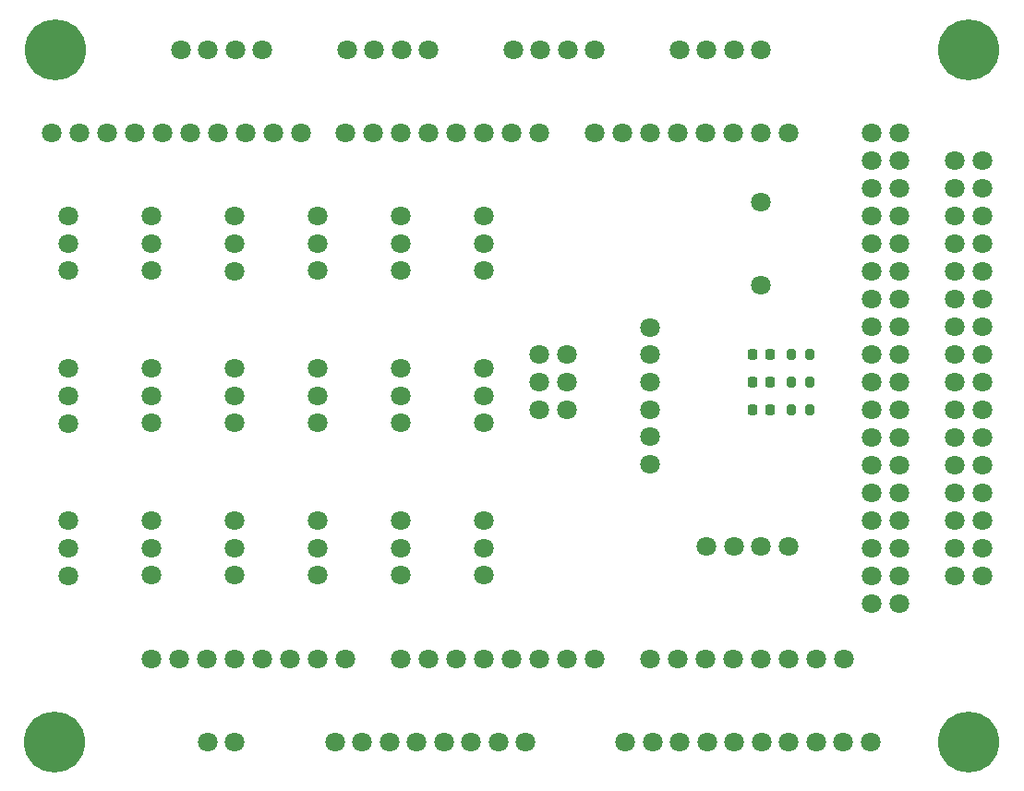
<source format=gbr>
%TF.GenerationSoftware,KiCad,Pcbnew,8.0.5*%
%TF.CreationDate,2025-08-09T00:58:03+07:00*%
%TF.ProjectId,arduino_dummy_shield,61726475-696e-46f5-9f64-756d6d795f73,rev?*%
%TF.SameCoordinates,Original*%
%TF.FileFunction,Soldermask,Top*%
%TF.FilePolarity,Negative*%
%FSLAX46Y46*%
G04 Gerber Fmt 4.6, Leading zero omitted, Abs format (unit mm)*
G04 Created by KiCad (PCBNEW 8.0.5) date 2025-08-09 00:58:03*
%MOMM*%
%LPD*%
G01*
G04 APERTURE LIST*
G04 Aperture macros list*
%AMRoundRect*
0 Rectangle with rounded corners*
0 $1 Rounding radius*
0 $2 $3 $4 $5 $6 $7 $8 $9 X,Y pos of 4 corners*
0 Add a 4 corners polygon primitive as box body*
4,1,4,$2,$3,$4,$5,$6,$7,$8,$9,$2,$3,0*
0 Add four circle primitives for the rounded corners*
1,1,$1+$1,$2,$3*
1,1,$1+$1,$4,$5*
1,1,$1+$1,$6,$7*
1,1,$1+$1,$8,$9*
0 Add four rect primitives between the rounded corners*
20,1,$1+$1,$2,$3,$4,$5,0*
20,1,$1+$1,$4,$5,$6,$7,0*
20,1,$1+$1,$6,$7,$8,$9,0*
20,1,$1+$1,$8,$9,$2,$3,0*%
G04 Aperture macros list end*
%ADD10C,1.800000*%
%ADD11C,5.600000*%
%ADD12RoundRect,0.200000X-0.200000X-0.275000X0.200000X-0.275000X0.200000X0.275000X-0.200000X0.275000X0*%
%ADD13RoundRect,0.218750X-0.218750X-0.256250X0.218750X-0.256250X0.218750X0.256250X-0.218750X0.256250X0*%
G04 APERTURE END LIST*
D10*
%TO.C,J28*%
X162230000Y-105080000D03*
X159730000Y-105080000D03*
X157230000Y-105080000D03*
X154730000Y-105080000D03*
X152230000Y-105080000D03*
X149730000Y-105080000D03*
X147230000Y-105080000D03*
X144730000Y-105080000D03*
%TD*%
%TO.C,J23*%
X127940000Y-84800000D03*
X127940000Y-87300000D03*
X127940000Y-89800000D03*
%TD*%
%TO.C,J11*%
X150800000Y-70830000D03*
X150800000Y-73330000D03*
X150800000Y-75830000D03*
%TD*%
%TO.C,J17*%
X150800000Y-56860000D03*
X150800000Y-59360000D03*
X150800000Y-61860000D03*
%TD*%
%TO.C,J21*%
X120320000Y-56860000D03*
X120320000Y-59360000D03*
X120320000Y-61860000D03*
%TD*%
%TO.C,J15*%
X120320000Y-70870000D03*
X120320000Y-73370000D03*
X120320000Y-75870000D03*
%TD*%
%TO.C,J25*%
X143180000Y-84800000D03*
X143180000Y-87300000D03*
X143180000Y-89800000D03*
%TD*%
D11*
%TO.C,H3*%
X119100000Y-41580000D03*
%TD*%
D12*
%TO.C,R1*%
X186615000Y-69520000D03*
X188265000Y-69520000D03*
%TD*%
D10*
%TO.C,J26*%
X150800000Y-84800000D03*
X150800000Y-87300000D03*
X150800000Y-89800000D03*
%TD*%
%TO.C,J20*%
X127940000Y-56860000D03*
X127940000Y-59360000D03*
X127940000Y-61860000D03*
%TD*%
%TO.C,J19*%
X135560000Y-56900000D03*
X135560000Y-59400000D03*
X135560000Y-61900000D03*
%TD*%
%TO.C,J30*%
X186300000Y-87190000D03*
X183800000Y-87190000D03*
X181300000Y-87190000D03*
X178800000Y-87190000D03*
%TD*%
%TO.C,J32*%
X130600000Y-41580000D03*
X133100000Y-41580000D03*
X135600000Y-41580000D03*
X138100000Y-41580000D03*
%TD*%
%TO.C,J24*%
X135560000Y-84800000D03*
X135560000Y-87300000D03*
X135560000Y-89800000D03*
%TD*%
D13*
%TO.C,D2*%
X183058000Y-72060000D03*
X184633000Y-72060000D03*
%TD*%
D11*
%TO.C,H3*%
X119060000Y-105080000D03*
%TD*%
D10*
%TO.C,J13*%
X135560000Y-70830000D03*
X135560000Y-73330000D03*
X135560000Y-75830000D03*
%TD*%
%TO.C,J9*%
X135560000Y-105080000D03*
X133060000Y-105080000D03*
%TD*%
%TO.C,J10*%
X158420000Y-70830000D03*
X158420000Y-73330000D03*
X158420000Y-75830000D03*
%TD*%
%TO.C,J16*%
X158420000Y-56860000D03*
X158420000Y-59360000D03*
X158420000Y-61860000D03*
%TD*%
D13*
%TO.C,D1*%
X183058000Y-69520000D03*
X184633000Y-69520000D03*
%TD*%
D11*
%TO.C,H3*%
X202870000Y-105080000D03*
%TD*%
D12*
%TO.C,R2*%
X186615000Y-72060000D03*
X188265000Y-72060000D03*
%TD*%
%TO.C,R3*%
X186615000Y-74600000D03*
X188265000Y-74600000D03*
%TD*%
D10*
%TO.C,BZ1*%
X183820000Y-63170000D03*
X183820000Y-55570000D03*
%TD*%
%TO.C,J35*%
X145840000Y-41580000D03*
X148340000Y-41580000D03*
X150840000Y-41580000D03*
X153340000Y-41580000D03*
%TD*%
D11*
%TO.C,H3*%
X202870000Y-41580000D03*
%TD*%
D10*
%TO.C,J18*%
X143180000Y-56860000D03*
X143180000Y-59360000D03*
X143180000Y-61860000D03*
%TD*%
%TO.C,J34*%
X161080000Y-41580000D03*
X163580000Y-41580000D03*
X166080000Y-41580000D03*
X168580000Y-41580000D03*
%TD*%
%TO.C,J36*%
X204140000Y-89840000D03*
X201600000Y-89840000D03*
X204140000Y-87300000D03*
X201600000Y-87300000D03*
X204140000Y-84760000D03*
X201600000Y-84760000D03*
X204140000Y-82220000D03*
X201600000Y-82220000D03*
X204140000Y-79680000D03*
X201600000Y-79680000D03*
X204140000Y-77140000D03*
X201600000Y-77140000D03*
X204140000Y-74600000D03*
X201600000Y-74600000D03*
X204140000Y-72060000D03*
X201600000Y-72060000D03*
X204140000Y-69520000D03*
X201600000Y-69520000D03*
X204140000Y-66980000D03*
X201600000Y-66980000D03*
X204140000Y-64440000D03*
X201600000Y-64440000D03*
X204140000Y-61900000D03*
X201600000Y-61900000D03*
X204140000Y-59360000D03*
X201600000Y-59360000D03*
X204140000Y-56820000D03*
X201600000Y-56820000D03*
X204140000Y-54280000D03*
X201600000Y-54280000D03*
X204140000Y-51740000D03*
X201600000Y-51740000D03*
%TD*%
%TO.C,J22*%
X120320000Y-84840000D03*
X120320000Y-87340000D03*
X120320000Y-89840000D03*
%TD*%
%TO.C,J31*%
X173660000Y-67100000D03*
X173660000Y-69600000D03*
X173660000Y-72100000D03*
X173660000Y-74600000D03*
X173660000Y-77100000D03*
X173660000Y-79600000D03*
%TD*%
D13*
%TO.C,D3*%
X183058000Y-74600000D03*
X184633000Y-74600000D03*
%TD*%
D10*
%TO.C,J29*%
X193860000Y-105080000D03*
X191360000Y-105080000D03*
X188860000Y-105080000D03*
X186360000Y-105080000D03*
X183860000Y-105080000D03*
X181360000Y-105080000D03*
X178860000Y-105080000D03*
X176360000Y-105080000D03*
X173860000Y-105080000D03*
X171360000Y-105080000D03*
%TD*%
%TO.C,J33*%
X176320000Y-41580000D03*
X178820000Y-41580000D03*
X181320000Y-41580000D03*
X183820000Y-41580000D03*
%TD*%
%TO.C,J27*%
X158420000Y-84800000D03*
X158420000Y-87300000D03*
X158420000Y-89800000D03*
%TD*%
%TO.C,J14*%
X127940000Y-70830000D03*
X127940000Y-73330000D03*
X127940000Y-75830000D03*
%TD*%
%TO.C,J12*%
X143180000Y-70830000D03*
X143180000Y-73330000D03*
X143180000Y-75830000D03*
%TD*%
%TO.C,J4*%
X145720000Y-49200000D03*
X148260000Y-49200000D03*
X150800000Y-49200000D03*
X153340000Y-49200000D03*
X155880000Y-49200000D03*
X158420000Y-49200000D03*
X160960000Y-49200000D03*
X163500000Y-49200000D03*
%TD*%
%TO.C,J5*%
X173660000Y-97460000D03*
X176200000Y-97460000D03*
X178740000Y-97460000D03*
X181280000Y-97460000D03*
X183820000Y-97460000D03*
X186360000Y-97460000D03*
X188900000Y-97460000D03*
X191440000Y-97460000D03*
%TD*%
%TO.C,J1*%
X127940000Y-97460000D03*
X130480000Y-97460000D03*
X133020000Y-97460000D03*
X135560000Y-97460000D03*
X138100000Y-97460000D03*
X140640000Y-97460000D03*
X143180000Y-97460000D03*
X145720000Y-97460000D03*
%TD*%
%TO.C,J3*%
X150800000Y-97460000D03*
X153340000Y-97460000D03*
X155880000Y-97460000D03*
X158420000Y-97460000D03*
X160960000Y-97460000D03*
X163500000Y-97460000D03*
X166040000Y-97460000D03*
X168580000Y-97460000D03*
%TD*%
%TO.C,J2*%
X118796000Y-49200000D03*
X121336000Y-49200000D03*
X123876000Y-49200000D03*
X126416000Y-49200000D03*
X128956000Y-49200000D03*
X131496000Y-49200000D03*
X134036000Y-49200000D03*
X136576000Y-49200000D03*
X139116000Y-49200000D03*
X141656000Y-49200000D03*
%TD*%
%TO.C,J6*%
X168580000Y-49200000D03*
X171120000Y-49200000D03*
X173660000Y-49200000D03*
X176200000Y-49200000D03*
X178740000Y-49200000D03*
X181280000Y-49200000D03*
X183820000Y-49200000D03*
X186360000Y-49200000D03*
%TD*%
%TO.C,J7*%
X193980000Y-92380000D03*
X196520000Y-92380000D03*
X193980000Y-89840000D03*
X196520000Y-89840000D03*
X193980000Y-87300000D03*
X196520000Y-87300000D03*
X193980000Y-84760000D03*
X196520000Y-84760000D03*
X193980000Y-82220000D03*
X196520000Y-82220000D03*
X193980000Y-79680000D03*
X196520000Y-79680000D03*
X193980000Y-77140000D03*
X196520000Y-77140000D03*
X193980000Y-74600000D03*
X196520000Y-74600000D03*
X193980000Y-72060000D03*
X196520000Y-72060000D03*
X193980000Y-69520000D03*
X196520000Y-69520000D03*
X193980000Y-66980000D03*
X196520000Y-66980000D03*
X193980000Y-64440000D03*
X196520000Y-64440000D03*
X193980000Y-61900000D03*
X196520000Y-61900000D03*
X193980000Y-59360000D03*
X196520000Y-59360000D03*
X193980000Y-56820000D03*
X196520000Y-56820000D03*
X193980000Y-54280000D03*
X196520000Y-54280000D03*
X193980000Y-51740000D03*
X196520000Y-51740000D03*
X193980000Y-49200000D03*
X196520000Y-49200000D03*
%TD*%
%TO.C,J8*%
X166040000Y-69520000D03*
X163500000Y-69520000D03*
X166040000Y-72060000D03*
X163500000Y-72060000D03*
X166040000Y-74600000D03*
X163500000Y-74600000D03*
%TD*%
M02*

</source>
